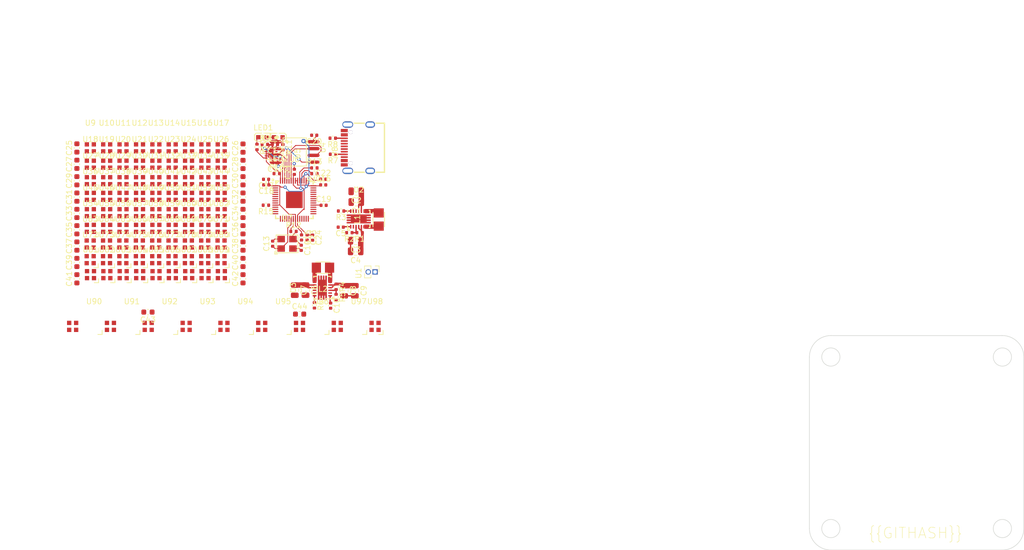
<source format=kicad_pcb>
(kicad_pcb (version 20221018) (generator pcbnew)
  (layers (0 "F.Cu" signal) (31 "B.Cu" signal) (34 "B.Paste" user) (35 "F.Paste" user) (36 "B.SilkS" user "B.Silkscreen") (37 "F.SilkS" user "F.Silkscreen") (38 "B.Mask" user) (39 "F.Mask" user) (44 "Edge.Cuts" user))
  (net 0 "")
  (net 1 "vcc-3")
  (net 2 "iset")
  (net 3 "gnd")
  (net 4 "preterm")
  (net 5 "gnd-3")
  (net 6 "vcc")
  (net 7 "ts")
  (net 8 "gnd-4")
  (net 9 "nc")
  (net 10 "vina")
  (net 11 "out")
  (net 12 "vcc-1")
  (net 13 "pg")
  (net 14 "l2")
  (net 15 "l1")
  (net 16 "vina-1")
  (net 17 "out-1")
  (net 18 "vcc-2")
  (net 19 "pg-1")
  (net 20 "l2-1")
  (net 21 "l1-1")
  (net 22 "sub2")
  (net 23 "cc1")
  (net 24 "dm")
  (net 25 "dp")
  (net 26 "cc2")
  (net 27 "sub1")
  (net 28 "cs")
  (net 29 "io1")
  (net 30 "io2")
  (net 31 "io3")
  (net 32 "sck")
  (net 33 "io0")
  (net 34 "cathode")
  (net 35 "cathode-1")
  (net 36 "xout")
  (net 37 "out-2")
  (net 38 "usb_dp")
  (net 39 "usb_dm")
  (net 40 "run")
  (net 41 "xin")
  (net 42 "gpio0")
  (net 43 "gpio1")
  (net 44 "gpio2")
  (net 45 "gpio3")
  (net 46 "gpio4")
  (net 47 "gpio5")
  (net 48 "gpio6")
  (net 49 "gpio7")
  (net 50 "miso")
  (net 51 "gpio9")
  (net 52 "sck-1")
  (net 53 "mosi")
  (net 54 "gpio12")
  (net 55 "gpio13")
  (net 56 "gpio14")
  (net 57 "gpio15")
  (net 58 "vcc-6")
  (net 59 "swclk")
  (net 60 "swdio")
  (net 61 "gpio16")
  (net 62 "gpio17")
  (net 63 "gpio18")
  (net 64 "gpio19")
  (net 65 "gpio20")
  (net 66 "gpio21")
  (net 67 "gpio22")
  (net 68 "gpio23")
  (net 69 "gpio24")
  (net 70 "gpio25")
  (net 71 "gpio26_a0")
  (net 72 "gpio27_a1")
  (net 73 "gpio28_a2")
  (net 74 "gpio29_a3")
  (net 75 "vcc-7")
  (net 76 "vcc-9")
  (net 77 "vcc-10")
  (net 78 "vcc-11")
  (net 79 "vcc-12")
  (net 80 "vcc-13")
  (net 81 "vcc-14")
  (net 82 "vcc-15")
  (net 83 "vcc-16")
  (net 84 "vcc-17")
  (net 85 "vcc-18")
  (net 86 "vcc-19")
  (net 87 "vcc-20")
  (net 88 "vcc-21")
  (net 89 "vcc-22")
  (net 90 "vcc-23")
  (net 91 "vcc-8")
  (net 92 "vcc-25")
  (net 93 "vcc-26")
  (net 94 "vcc-27")
  (net 95 "vcc-28")
  (net 96 "vcc-29")
  (net 97 "vcc-30")
  (net 98 "vcc-31")
  (net 99 "vcc-32")
  (net 100 "vcc-33")
  (net 101 "vcc-34")
  (net 102 "vcc-35")
  (net 103 "vcc-36")
  (net 104 "vcc-37")
  (net 105 "vcc-38")
  (net 106 "vcc-39")
  (net 107 "vcc-24")
  (net 108 "vcc-41")
  (net 109 "vcc-42")
  (net 110 "vcc-43")
  (net 111 "vcc-44")
  (net 112 "vcc-45")
  (net 113 "vcc-46")
  (net 114 "vcc-47")
  (net 115 "vcc-48")
  (net 116 "vcc-49")
  (net 117 "vcc-50")
  (net 118 "vcc-51")
  (net 119 "vcc-52")
  (net 120 "vcc-53")
  (net 121 "vcc-54")
  (net 122 "vcc-55")
  (net 123 "vcc-40")
  (net 124 "vcc-57")
  (net 125 "vcc-58")
  (net 126 "vcc-59")
  (net 127 "vcc-60")
  (net 128 "vcc-61")
  (net 129 "vcc-62")
  (net 130 "vcc-63")
  (net 131 "vcc-64")
  (net 132 "vcc-65")
  (net 133 "vcc-66")
  (net 134 "vcc-67")
  (net 135 "vcc-68")
  (net 136 "vcc-69")
  (net 137 "vcc-70")
  (net 138 "vcc-71")
  (net 139 "vcc-56")
  (net 140 "vcc-73")
  (net 141 "vcc-74")
  (net 142 "vcc-75")
  (net 143 "vcc-76")
  (net 144 "vcc-77")
  (net 145 "vcc-78")
  (net 146 "vcc-79")
  (net 147 "vcc-80")
  (net 148 "vcc-81")
  (net 149 "vcc-82")
  (net 150 "vcc-83")
  (net 151 "vcc-84")
  (net 152 "vcc-85")
  (net 153 "vcc-86")
  (net 154 "vcc-87")
  (net 155 "vcc-72")
  (net 156 "vcc-89")
  (net 157 "vcc-90")
  (net 158 "vcc-91")
  (net 159 "vcc-92")
  (net 160 "vcc-93")
  (net 161 "vcc-94")
  (net 162 "vcc-95")
  (net 163 "vcc-96")
  (net 164 "vcc-88")
  (footprint "lib:LED-SMD_4P-L2.0-W2.0-BR" (layer "F.Cu") (at 96.647 48.895)
    (fp_text reference "U30")
    (fp_text value "")
  )
  (footprint "lib:LED-SMD_4P-L2.0-W2.0-BR" (layer "F.Cu") (at 93.569 54.864)
    (fp_text reference "U47")
    (fp_text value "")
  )
  (footprint "lib:R0402" (layer "F.Cu") (at 125.371061 58.362111)
    (fp_text reference "R12")
    (fp_text value "Chip Resistor - Surface Mount 1KOhms ±5% 1/16W 0402 RoHS")
  )
  (footprint "lib:C0402" (layer "F.Cu") (at 121.487978 60.647069 90)
    (fp_text reference "C13")
    (fp_text value "Multilayer Ceramic Capacitors MLCC - SMD/SMT 20pF 50V 0402 RoHS")
  )
  (footprint "lib:C0402" (layer "F.Cu") (at 130.914229 48.623222)
    (fp_text reference "C22")
    (fp_text value "Multilayer Ceramic Capacitors MLCC - SMD/SMT 100nF 10V 0402 RoHS")
  )
  (footprint "lib:LED-SMD_4P-L2.0-W2.0-BR" (layer "F.Cu") (at 93.539 60.706)
    (fp_text reference "U65")
    (fp_text value "")
  )
  (footprint "lib:LED-SMD_4P-L2.0-W2.0-BR" (layer "F.Cu") (at 87.473 48.895)
    (fp_text reference "U27")
    (fp_text value "")
  )
  (footprint "lib:R0402" (layer "F.Cu") (at 118.558107 42.591447 -90)
    (fp_text reference "R10")
    (fp_text value "Chip Resistor - Surface Mount 120Ohms ±5% 1/16W 0402 RoHS")
  )
  (footprint "lib:C0805" (layer "F.Cu") (at 136.966905 62.076262 180)
    (fp_text reference "C4")
    (fp_text value "Multilayer Ceramic Capacitors MLCC - SMD/SMT 10uF 10V 0805 RoHS")
  )
  (footprint "lib:LED-SMD_4P-L2.0-W2.0-BR" (layer "F.Cu") (at 93.539 63.627)
    (fp_text reference "U74")
    (fp_text value "")
  )
  (footprint "lib:LED-SMD_4P-L2.0-W2.0-BR" (layer "F.Cu") (at 102.713 60.706)
    (fp_text reference "U68")
    (fp_text value "")
  )
  (footprint "lib:LED-SMD_4P-L2.0-W2.0-BR" (layer "F.Cu") (at 90.521 54.864)
    (fp_text reference "U46")
    (fp_text value "")
  )
  (footprint "lib:C0603" (layer "F.Cu") (at 84.963 64.148 90)
    (fp_text reference "C39")
    (fp_text value "Multilayer Ceramic Capacitors MLCC - SMD/SMT 2.2uF 10V 0603 RoHS")
  )
  (footprint "lib:R0402" (layer "F.Cu") (at 132.740503 43.96629 180)
    (fp_text reference "R7")
    (fp_text value "Chip Resistor - Surface Mount 4.7KOhms ±5% 1/16W 0402 RoHS")
  )
  (footprint "lib:LED-SMD_4P-L2.0-W2.0-BR" (layer "F.Cu") (at 99.665 63.627)
    (fp_text reference "U76")
    (fp_text value "")
  )
  (footprint "lib:LED-SMD_4P-L2.0-W2.0-BR" (layer "F.Cu") (at 108.839 51.816)
    (fp_text reference "U43")
    (fp_text value "")
  )
  (footprint "lib:LED-SMD_4P-L2.0-W2.0-BR" (layer "F.Cu") (at 90.521 57.785)
    (fp_text reference "U55")
    (fp_text value "")
  )
  (footprint "lib:R0402" (layer "F.Cu") (at 133.320864 70.601677 -90)
    (fp_text reference "R5")
    (fp_text value "Chip Resistor - Surface Mount 180KOhms ±5% 1/16W 0402 RoHS")
  )
  (footprint "lib:LED-SMD_4P-L2.0-W2.0-BR" (layer "F.Cu") (at 111.887 57.785)
    (fp_text reference "U62")
    (fp_text value "")
  )
  (footprint "lib:C0603" (layer "F.Cu") (at 84.963 55.004 90)
    (fp_text reference "C33")
    (fp_text value "Multilayer Ceramic Capacitors MLCC - SMD/SMT 2.2uF 10V 0603 RoHS")
  )
  (footprint "lib:R0402" (layer "F.Cu") (at 123.384449 42.65959 -90)
    (fp_text reference "R11")
    (fp_text value "Chip Resistor - Surface Mount 82Ohms ±5% 1/16W 0402 RoHS")
  )
  (footprint "lib:C0805" (layer "F.Cu") (at 136.958245 60.090382 180)
    (fp_text reference "C3")
    (fp_text value "Multilayer Ceramic Capacitors MLCC - SMD/SMT 10uF 10V 0805 RoHS")
  )
  (footprint "lib:LED-SMD_4P-L2.0-W2.0-BR" (layer "F.Cu") (at 96.617 63.627)
    (fp_text reference "U75")
    (fp_text value "")
  )
  (footprint "lib:LED-SMD_4P-L2.0-W2.0-BR" (layer "F.Cu") (at 99.725 66.421)
    (fp_text reference "U85")
    (fp_text value "")
  )
  (footprint "lib:LED-SMD_4P-L2.0-W2.0-BR" (layer "F.Cu") (at 102.27 76.073)
    (fp_text reference "U92")
    (fp_text value "")
  )
  (footprint "lib:C0402" (layer "F.Cu") (at 134.188784 57.564695 180)
    (fp_text reference "C5")
    (fp_text value "Multilayer Ceramic Capacitors MLCC - SMD/SMT 100nF 10V 0402 RoHS")
  )
  (footprint "lib:C0402" (layer "F.Cu") (at 120.28219 49.673488 180)
    (fp_text reference "C18")
    (fp_text value "Multilayer Ceramic Capacitors MLCC - SMD/SMT 100nF 10V 0402 RoHS")
  )
  (footprint "lib:LED-SMD_4P-L2.0-W2.0-BR" (layer "F.Cu") (at 95.222 76.073)
    (fp_text reference "U91")
    (fp_text value "")
  )
  (footprint "lib:C0402" (layer "F.Cu") (at 126.864494 59.484857 -90)
    (fp_text reference "C15")
    (fp_text value "Multilayer Ceramic Capacitors MLCC - SMD/SMT 100nF 10V 0402 RoHS")
  )
  (footprint "Connector_PinHeader_1.27mm:PinHeader_1x02_P1.27mm_Vertical" (layer "F.Cu") (at 140.589 65.913 -90)
    (fp_text reference "U1")
    (fp_text value "")
  )
  (footprint "lib:LED-SMD_4P-L2.0-W2.0-BR" (layer "F.Cu") (at 96.647 42.769)
    (fp_text reference "U12")
    (fp_text value "")
  )
  (footprint "lib:LED-SMD_4P-L2.0-W2.0-BR" (layer "F.Cu") (at 96.617 60.706)
    (fp_text reference "U66")
    (fp_text value "")
  )
  (footprint "lib:R0402" (layer "F.Cu") (at 120.024557 42.124867)
    (fp_text reference "R9")
    (fp_text value "Chip Resistor - Surface Mount 560Ohms ±5% 1/16W 0402 RoHS")
  )
  (footprint "lib:LED-SMD_4P-L2.0-W2.0-BR" (layer "F.Cu") (at 108.839 57.785)
    (fp_text reference "U61")
    (fp_text value "")
  )
  (footprint "lib:VSON-14_L4.0-W3.0-P0.50-BL-EP_TI_DSJ" (layer "F.Cu") (at 137.541 56.02638)
    (fp_text reference "U2")
    (fp_text value "")
  )
  (footprint "lib:LED-SMD_4P-L2.0-W2.0-BR" (layer "F.Cu") (at 111.917 66.421)
    (fp_text reference "U89")
    (fp_text value "")
  )
  (footprint "lib:LED-SMD_4P-L2.0-W2.0-BR" (layer "F.Cu") (at 87.473 42.769)
    (fp_text reference "U9")
    (fp_text value "")
  )
  (footprint "lib:LED-SMD_4P-L2.0-W2.0-BR" (layer "F.Cu") (at 96.647 45.817)
    (fp_text reference "U21")
    (fp_text value "")
  )
  (footprint "lib:LED-SMD_4P-L2.0-W2.0-BR" (layer "F.Cu") (at 105.791 54.864)
    (fp_text reference "U51")
    (fp_text value "")
  )
  (footprint "lib:LED-SMD_4P-L2.0-W2.0-BR" (layer "F.Cu") (at 108.809 63.627)
    (fp_text reference "U79")
    (fp_text value "")
  )
  (footprint "lib:C0603" (layer "F.Cu") (at 84.963 42.786 90)
    (fp_text reference "C25")
    (fp_text value "Multilayer Ceramic Capacitors MLCC - SMD/SMT 2.2uF 10V 0603 RoHS")
  )
  (footprint "lib:LED-SMD_4P-L2.0-W2.0-BR" (layer "F.Cu") (at 93.569 42.769)
    (fp_text reference "U11")
    (fp_text value "")
  )
  (footprint "lib:LED-SMD_4P-L2.0-W2.0-BR" (layer "F.Cu") (at 87.503 66.421)
    (fp_text reference "U81")
    (fp_text value "")
  )
  (footprint "lib:LED-SMD_4P-L2.0-W2.0-BR" (layer "F.Cu") (at 105.761 60.706)
    (fp_text reference "U69")
    (fp_text value "")
  )
  (footprint "lib:LED-SMD_4P-L2.0-W2.0-BR" (layer "F.Cu") (at 105.791 48.895)
    (fp_text reference "U33")
    (fp_text value "")
  )
  (footprint "lib:LED-SMD_4P-L2.0-W2.0-BR" (layer "F.Cu") (at 93.569 45.817)
    (fp_text reference "U20")
    (fp_text value "")
  )
  (footprint "lib:USB-C-SMD_KH-TYPE-C-16P" (layer "F.Cu") (at 137.263 42.739239 90)
    (fp_text reference "U4")
    (fp_text value "")
  )
  (footprint "lib:LED-SMD_4P-L2.0-W2.0-BR" (layer "F.Cu") (at 99.695 45.817)
    (fp_text reference "U22")
    (fp_text value "")
  )
  (footprint "lib:LED-SMD_4P-L2.0-W2.0-BR" (layer "F.Cu") (at 105.791 57.785)
    (fp_text reference "U60")
    (fp_text value "")
  )
  (footprint "lib:LED-SMD_4P-L2.0-W2.0-BR" (layer "F.Cu") (at 105.791 45.817)
    (fp_text reference "U24")
    (fp_text value "")
  )
  (footprint "lib:LED-SMD_4P-L2.0-W2.0-BR" (layer "F.Cu") (at 105.821 66.421)
    (fp_text reference "U87")
    (fp_text value "")
  )
  (footprint "lib:LED-SMD_4P-L2.0-W2.0-BR" (layer "F.Cu") (at 105.791 51.816)
    (fp_text reference "U42")
    (fp_text value "")
  )
  (footprint "lib:C0402" (layer "F.Cu") (at 120.254154 48.634762 180)
    (fp_text reference "C17")
    (fp_text value "Multilayer Ceramic Capacitors MLCC - SMD/SMT 100nF 10V 0402 RoHS")
  )
  (footprint "lib:C0603" (layer "F.Cu") (at 84.963 61.087 90)
    (fp_text reference "C37")
    (fp_text value "Multilayer Ceramic Capacitors MLCC - SMD/SMT 2.2uF 10V 0603 RoHS")
  )
  (footprint "lib:C0805" (layer "F.Cu") (at 127.611594 69.308405 -90)
    (fp_text reference "C6")
    (fp_text value "Multilayer Ceramic Capacitors MLCC - SMD/SMT 10uF 10V 0805 RoHS")
  )
  (footprint "lib:LED-SMD_4P-L2.0-W2.0-BR" (layer "F.Cu") (at 130.492 76.073)
    (fp_text reference "U96")
    (fp_text value "")
  )
  (footprint "lib:LQFN-56_L7.0-W7.0-P0.4-EP" (layer "F.Cu") (at 125.532 52.448739)
    (fp_text reference "U6")
    (fp_text value "")
  )
  (footprint "lib:C0402" (layer "F.Cu") (at 121.93607 45.563148 180)
    (fp_text reference "C11")
    (fp_text value "Multilayer Ceramic Capacitors MLCC - SMD/SMT 1uF 6.3V 0402 RoHS")
  )
  (footprint "lib:LED-SMD_4P-L2.0-W2.0-BR" (layer "F.Cu") (at 116.396 76.073)
    (fp_text reference "U94")
    (fp_text value "")
  )
  (footprint "lib:LED-SMD_4P-L2.0-W2.0-BR" (layer "F.Cu") (at 90.491 63.627)
    (fp_text reference "U73")
    (fp_text value "")
  )
  (footprint "lib:LED-SMD_4P-L2.0-W2.0-BR" (layer "F.Cu") (at 99.695 54.864)
    (fp_text reference "U49")
    (fp_text value "")
  )
  (footprint "lib:C0603" (layer "F.Cu") (at 115.951 58.052 90)
    (fp_text reference "C36")
    (fp_text value "Multilayer Ceramic Capacitors MLCC - SMD/SMT 2.2uF 10V 0603 RoHS")
  )
  (footprint "lib:C0603" (layer "F.Cu") (at 84.963 67.196 90)
    (fp_text reference "C41")
    (fp_text value "Multilayer Ceramic Capacitors MLCC - SMD/SMT 2.2uF 10V 0603 RoHS")
  )
  (footprint "lib:LED-SMD_4P-L2.0-W2.0-BR" (layer "F.Cu") (at 108.809 60.706)
    (fp_text reference "U70")
    (fp_text value "")
  )
  (footprint "lib:LED-SMD_4P-L2.0-W2.0-BR" (layer "F.Cu") (at 87.473 45.817)
    (fp_text reference "U18")
    (fp_text value "")
  )
  (footprint "lib:LED-SMD_4P-L2.0-W2.0-BR" (layer "F.Cu") (at 96.647 51.816)
    (fp_text reference "U39")
    (fp_text value "")
  )
  (footprint "lib:LED-SMD_4P-L2.0-W2.0-BR" (layer "F.Cu") (at 111.887 51.816)
    (fp_text reference "U44")
    (fp_text value "")
  )
  (footprint "lib:LED-SMD_4P-L2.0-W2.0-BR" (layer "F.Cu") (at 90.521 51.816)
    (fp_text reference "U37")
    (fp_text value "")
  )
  (footprint "lib:C0603" (layer "F.Cu") (at 115.951 45.86 90)
    (fp_text reference "C28")
    (fp_text value "Multilayer Ceramic Capacitors MLCC - SMD/SMT 2.2uF 10V 0603 RoHS")
  )
  (footprint "lib:LED-SMD_4P-L2.0-W2.0-BR" (layer "F.Cu") (at 90.551 66.421)
    (fp_text reference "U82")
    (fp_text value "")
  )
  (footprint "lib:LED-SMD_4P-L2.0-W2.0-BR" (layer "F.Cu") (at 123.444 76.073)
    (fp_text reference "U95")
    (fp_text value "")
  )
  (footprint "lib:LED-SMD_4P-L2.0-W2.0-BR" (layer "F.Cu") (at 93.569 51.816)
    (fp_text reference "U38")
    (fp_text value "")
  )
  (footprint "lib:LED-SMD_4P-L2.0-W2.0-BR" (layer "F.Cu") (at 109.348 76.073)
    (fp_text reference "U93")
    (fp_text value "")
  )
  (footprint "lib:C0603" (layer "F.Cu") (at 115.951 42.812 90)
    (fp_text reference "C26")
    (fp_text value "Multilayer Ceramic Capacitors MLCC - SMD/SMT 2.2uF 10V 0603 RoHS")
  )
  (footprint "lib:R0402" (layer "F.Cu") (at 129.281519 72.143193 -90)
    (fp_text reference "R6")
    (fp_text value "Chip Resistor - Surface Mount 1MOhms ±5% 1/16W 0402 RoHS")
  )
  (footprint "lib:LED-SMD_4P-L2.0-W2.0-BR" (layer "F.Cu") (at 96.647 57.785)
    (fp_text reference "U57")
    (fp_text value "")
  )
  (footprint "lib:C0603" (layer "F.Cu") (at 115.951 48.908 90)
    (fp_text reference "C30")
    (fp_text value "Multilayer Ceramic Capacitors MLCC - SMD/SMT 2.2uF 10V 0603 RoHS")
  )
  (footprint "lib:LED-SMD_4P-L2.0-W2.0-BR" (layer "F.Cu") (at 90.521 48.895)
    (fp_text reference "U28")
    (fp_text value "")
  )
  (footprint "lib:R0402" (layer "F.Cu") (at 133.320864 68.682524 -90)
    (fp_text reference "R4")
    (fp_text value "Chip Resistor - Surface Mount 1.6MOhms ±5% 1/16W 0402 RoHS")
  )
  (footprint "lib:LED-SMD_4P-L2.0-W2.0-BR" (layer "F.Cu") (at 87.473 57.785)
    (fp_text reference "U54")
    (fp_text value "")
  )
  (footprint "lib:C0805" (layer "F.Cu") (at 137.071803 50.877198 180)
    (fp_text reference "C2")
    (fp_text value "Multilayer Ceramic Capacitors MLCC - SMD/SMT 10uF 10V 0805 RoHS")
  )
  (footprint "lib:LED-SMD_4P-L2.0-W2.0-BR" (layer "F.Cu") (at 99.695 48.895)
    (fp_text reference "U31")
    (fp_text value "")
  )
  (footprint "lib:C0603" (layer "F.Cu") (at 115.951 61.087 90)
    (fp_text reference "C38")
    (fp_text value "Multilayer Ceramic Capacitors MLCC - SMD/SMT 2.2uF 10V 0603 RoHS")
  )
  (footprint "lib:C0402" (layer "F.Cu") (at 129.234441 40.418271 180)
    (fp_text reference "C20")
    (fp_text value "Multilayer Ceramic Capacitors MLCC - SMD/SMT 1uF 6.3V 0402 RoHS")
  )
  (footprint "lib:LED-SMD_4P-L2.0-W2.0-BR" (layer "F.Cu") (at 102.743 57.785)
    (fp_text reference "U59")
    (fp_text value "")
  )
  (footprint "lib:R0402" (layer "F.Cu") (at 122.246604 47.56295)
    (fp_text reference "R16")
    (fp_text value "Chip Resistor - Surface Mount 10KOhms ±5% 1/16W 0402 RoHS")
  )
  (footprint "lib:R0402" (layer "F.Cu") (at 132.69343 40.965644 180)
    (fp_text reference "R8")
    (fp_text value "Chip Resistor - Surface Mount 4.7KOhms ±5% 1/16W 0402 RoHS")
  )
  (footprint "lib:LED-SMD_4P-L2.0-W2.0-BR" (layer "F.Cu") (at 102.743 42.769)
    (fp_text reference "U14")
    (fp_text value "")
  )
  (footprint "lib:R0402" (layer "F.Cu") (at 129.275285 47.57637 180)
    (fp_text reference "R14")
    (fp_text value "Chip Resistor - Surface Mount 27KOhms ±5% 1/16W 0402 RoHS")
  )
  (footprint "lib:C0805" (layer "F.Cu") (at 137.083645 52.880974 180)
    (fp_text reference "C1")
    (fp_text value "Multilayer Ceramic Capacitors MLCC - SMD/SMT 10uF 10V 0805 RoHS")
  )
  (footprint "lib:LED-SMD_4P-L2.0-W2.0-BR" (layer "F.Cu") (at 137.54 76.073)
    (fp_text reference "U97")
    (fp_text value "")
  )
  (footprint "lib:LED-SMD_4P-L2.0-W2.0-BR" (layer "F.Cu") (at 108.839 45.817)
    (fp_text reference "U25")
    (fp_text value "")
  )
  (footprint "lib:LED-SMD_4P-L2.0-W2.0-BR" (layer "F.Cu") (at 108.869 66.421)
    (fp_text reference "U88")
    (fp_text value "")
  )
  (footprint "lib:LED-SMD_4P-L2.0-W2.0-BR" (layer "F.Cu") (at 96.647 54.864)
    (fp_text reference "U48")
    (fp_text value "")
  )
  (footprint "lib:LED-SMD_4P-L2.0-W2.0-BR" (layer "F.Cu") (at 96.677 66.421)
    (fp_text reference "U84")
    (fp_text value "")
  )
  (footprint "lib:LED-SMD_4P-L2.0-W2.0-BR" (layer "F.Cu") (at 105.761 63.627)
    (fp_text reference "U78")
    (fp_text value "")
  )
  (footprint "lib:C0603" (layer "F.Cu") (at 84.963 58.052 90)
    (fp_text reference "C35")
    (fp_text value "Multilayer Ceramic Capacitors MLCC - SMD/SMT 2.2uF 10V 0603 RoHS")
  )
  (footprint "lib:C0603" (layer "F.Cu") (at 115.951 67.196 90)
    (fp_text reference "C42")
    (fp_text value "Multilayer Ceramic Capacitors MLCC - SMD/SMT 2.2uF 10V 0603 RoHS")
  )
  (footprint "lib:LED-SMD_4P-L2.0-W2.0-BR" (layer "F.Cu") (at 87.473 54.864)
    (fp_text reference "U45")
    (fp_text value "")
  )
  (footprint "lib:OSC-SMD_4P-L3.2-W2.5-BL" (layer "F.Cu") (at 124.169034 60.670298)
    (fp_text reference "U7")
    (fp_text value "")
  )
  (footprint "lib:LED-SMD_4P-L2.0-W2.0-BR" (layer "F.Cu") (at 87.443 60.706)
    (fp_text reference "U63")
    (fp_text value "")
  )
  (footprint "lib:LED-SMD_4P-L2.0-W2.0-BR" (layer "F.Cu") (at 87.473 51.816)
    (fp_text reference "U36")
    (fp_text value "")
  )
  (footprint "lib:C0603" (layer "F.Cu") (at 115.951 51.956 90)
    (fp_text reference "C32")
    (fp_text value "Multilayer Ceramic Capacitors MLCC - SMD/SMT 2.2uF 10V 0603 RoHS")
  )
  (footprint "lib:LED-SMD_4P-L2.0-W2.0-BR" (layer "F.Cu") (at 111.887 45.817)
    (fp_text reference "U26")
    (fp_text value "")
  )
  (footprint "lib:R0402" (layer "F.Cu") (at 137.709526 58.590244 180)
    (fp_text reference "R1")
    (fp_text value "Chip Resistor - Surface Mount 1MOhms ±5% 1/16W 0402 RoHS")
  )
  (footprint "lib:C0603" (layer "F.Cu") (at 84.963 45.834 90)
    (fp_text reference "C27")
    (fp_text value "Multilayer Ceramic Capacitors MLCC - SMD/SMT 2.2uF 10V 0603 RoHS")
  )
  (footprint "lib:LED-SMD_4P-L2.0-W2.0-BR" (layer "F.Cu") (at 111.857 60.706)
    (fp_text reference "U71")
    (fp_text value "")
  )
  (footprint "lib:IND-SMD_L2.5-W2.0_WPN252012H" (layer "F.Cu") (at 141.276274 56.140162 90)
    (fp_text reference "L1")
    (fp_text value "")
  )
  (footprint "lib:C0805" (layer "F.Cu") (at 136.806882 69.425145 -90)
    (fp_text reference "C9")
    (fp_text value "Multilayer Ceramic Capacitors MLCC - SMD/SMT 10uF 10V 0805 RoHS")
  )
  (footprint "lib:LED-SMD_4P-L2.0-W2.0-BR" (layer "F.Cu") (at 87.443 63.627)
    (fp_text reference "U72")
    (fp_text value "")
  )
  (footprint "lib:C0805" (layer "F.Cu") (at 125.607818 69.320247 -90)
    (fp_text reference "C7")
    (fp_text value "Multilayer Ceramic Capacitors MLCC - SMD/SMT 10uF 10V 0805 RoHS")
  )
  (footprint "lib:LED-SMD_4P-L2.0-W2.0-BR" (layer "F.Cu") (at 140.588 76.073)
    (fp_text reference "U98")
    (fp_text value "")
  )
  (footprint "lib:LED-SMD_4P-L2.0-W2.0-BR" (layer "F.Cu") (at 102.743 54.864)
    (fp_text reference "U50")
    (fp_text value "")
  )
  (footprint "lib:LED-SMD_4P-L2.0-W2.0-BR" (layer "F.Cu") (at 102.743 51.816)
    (fp_text reference "U41")
    (fp_text value "")
  )
  (footprint "lib:LED-SMD_4P-L2.0-W2.0-BR" (layer "F.Cu") (at 111.857 63.627)
    (fp_text reference "U80")
    (fp_text value "")
  )
  (footprint "lib:C0603" (layer "F.Cu") (at 115.951 64.148 90)
    (fp_text reference "C40")
    (fp_text value "Multilayer Ceramic Capacitors MLCC - SMD/SMT 2.2uF 10V 0603 RoHS")
  )
  (footprint "lib:LED0603-RD" (layer "F.Cu") (at 122.534516 40.794849 180)
    (fp_text reference "LED2")
    (fp_text value "")
  )
  (footprint "lib:LED-SMD_4P-L2.0-W2.0-BR" (layer "F.Cu") (at 90.521 45.817)
    (fp_text reference "U19")
    (fp_text value "")
  )
  (footprint "lib:LED-SMD_4P-L2.0-W2.0-BR" (layer "F.Cu") (at 99.695 57.785)
    (fp_text reference "U58")
    (fp_text value "")
  )
  (footprint "lib:LED-SMD_4P-L2.0-W2.0-BR" (layer "F.Cu") (at 99.695 51.816)
    (fp_text reference "U40")
    (fp_text value "")
  )
  (footprint "lib:LED-SMD_4P-L2.0-W2.0-BR" (layer "F.Cu") (at 102.743 45.817)
    (fp_text reference "U23")
    (fp_text value "")
  )
  (footprint "lib:C0402" (layer "F.Cu") (at 130.989836 53.486271)
    (fp_text reference "C19")
    (fp_text value "Multilayer Ceramic Capacitors MLCC - SMD/SMT 100nF 10V 0402 RoHS")
  )
  (footprint "lib:C0603" (layer "F.Cu") (at 115.951 55.004 90)
    (fp_text reference "C34")
    (fp_text value "Multilayer Ceramic Capacitors MLCC - SMD/SMT 2.2uF 10V 0603 RoHS")
  )
  (footprint "lib:LED-SMD_4P-L2.0-W2.0-BR" (layer "F.Cu") (at 88.174 76.073)
    (fp_text reference "U90")
    (fp_text value "")
  )
  (footprint "lib:C0402" (layer "F.Cu") (at 132.295315 72.203266 -90)
    (fp_text reference "C10")
    (fp_text value "Multilayer Ceramic Capacitors MLCC - SMD/SMT 100nF 10V 0402 RoHS")
  )
  (footprint "lib:LED-SMD_4P-L2.0-W2.0-BR" (layer "F.Cu") (at 102.773 66.421)
    (fp_text reference "U86")
    (fp_text value "")
  )
  (footprint "lib:LED-SMD_4P-L2.0-W2.0-BR" (layer "F.Cu") (at 93.569 48.895)
    (fp_text reference "U29")
    (fp_text value "")
  )
  (footprint "lib:WSON-10_L2.0-W2.0-P0.40-BL-EP" (layer "F.Cu") (at 121.1989 43.861526 -90)
    (fp_text reference "U5")
    (fp_text value "")
  )
  (footprint "lib:LED-SMD_4P-L2.0-W2.0-BR" (layer "F.Cu") (at 93.569 57.785)
    (fp_text reference "U56")
    (fp_text value "")
  )
  (footprint "lib:C0402" (layer "F.Cu") (at 130.914229 49.679962)
    (fp_text reference "C16")
    (fp_text value "Multilayer Ceramic Capacitors MLCC - SMD/SMT 100nF 10V 0402 RoHS")
  )
  (footprint "lib:LED-SMD_4P-L2.0-W2.0-BR" (layer "F.Cu") (at 102.713 63.627)
    (fp_text reference "U77")
    (fp_text value "")
  )
  (footprint "lib:LED-SMD_4P-L2.0-W2.0-BR" (layer "F.Cu") (at 111.887 48.895)
    (fp_text reference "U35")
    (fp_text value "")
  )
  (footprint "lib:R0402" (layer "F.Cu") (at 134.248857 54.550899 180)
    (fp_text reference "R3")
    (fp_text value "Chip Resistor - Surface Mount 1MOhms ±5% 1/16W 0402 RoHS")
  )
  (footprint "lib:LED-SMD_4P-L2.0-W2.0-BR" (layer "F.Cu") (at 108.839 42.769)
    (fp_text reference "U16")
    (fp_text value "")
  )
  (footprint "lib:LED-SMD_4P-L2.0-W2.0-BR" (layer "F.Cu") (at 102.743 48.895)
    (fp_text reference "U32")
    (fp_text value "")
  )
  (footprint "lib:C0402" (layer "F.Cu") (at 121.91672 42.130077 180)
    (fp_text reference "C12")
    (fp_text value "Multilayer Ceramic Capacitors MLCC - SMD/SMT 1uF 6.3V 0402 RoHS")
  )
  (footprint "lib:LED-SMD_4P-L2.0-W2.0-BR" (layer "F.Cu") (at 108.839 54.864)
    (fp_text reference "U52")
    (fp_text value "")
  )
  (footprint "lib:LED-SMD_4P-L2.0-W2.0-BR" (layer "F.Cu") (at 111.887 42.769)
    (fp_text reference "U17")
    (fp_text value "")
  )
  (footprint "lib:LED-SMD_4P-L2.0-W2.0-BR" (layer "F.Cu") (at 99.695 42.769)
    (fp_text reference "U13")
    (fp_text value "")
  )
  (footprint "lib:LED0603-RD" (layer "F.Cu") (at 119.599463 40.782917)
    (fp_text reference "LED1")
    (fp_text value "")
  )
  (footprint "lib:LED-SMD_4P-L2.0-W2.0-BR" (layer "F.Cu") (at 111.887 54.864)
    (fp_text reference "U53")
    (fp_text value "")
  )
  (footprint "lib:SOIC-8_L5.3-W5.3-P1.27-LS8.0-BL" (layer "F.Cu") (at 125.582314 43.539811 -90)
    (fp_text reference "U8")
    (fp_text value "")
  )
  (footprint "lib:LED-SMD_4P-L2.0-W2.0-BR" (layer "F.Cu") (at 108.839 48.895)
    (fp_text reference "U34")
    (fp_text value "")
  )
  (footprint "lib:LED-SMD_4P-L2.0-W2.0-BR" (layer "F.Cu") (at 105.791 42.769)
    (fp_text reference "U15")
    (fp_text value "")
  )
  (footprint "lib:LED-SMD_4P-L2.0-W2.0-BR" (layer "F.Cu") (at 99.665 60.706)
    (fp_text reference "U67")
    (fp_text value "")
  )
  (footprint "lib:R0402" (layer "F.Cu") (at 129.262329 46.513915)
    (fp_text reference "R13")
    (fp_text value "Chip Resistor - Surface Mount 27KOhms ±5% 1/16W 0402 RoHS")
  )
  (footprint "lib:C0603" (layer "F.Cu") (at 126.514 73.787)
    (fp_text reference "C44")
    (fp_text value "Multilayer Ceramic Capacitors MLCC - SMD/SMT 2.2uF 10V 0603 RoHS")
  )
  (footprint "lib:C0603" (layer "F.Cu") (at 84.963 48.908 90)
    (fp_text reference "C29")
    (fp_text value "Multilayer Ceramic Capacitors MLCC - SMD/SMT 2.2uF 10V 0603 RoHS")
  )
  (footprint "lib:R0402" (layer "F.Cu") (at 135.790373 58.590244 180)
    (fp_text reference "R2")
    (fp_text value "Chip Resistor - Surface Mount 180KOhms ±5% 1/16W 0402 RoHS")
  )
  (footprint "lib:C0603" (layer "F.Cu") (at 84.963 51.956 90)
    (fp_text reference "C31")
    (fp_text value "Multilayer Ceramic Capacitors MLCC - SMD/SMT 2.2uF 10V 0603 RoHS")
  )
  (footprint "lib:C0603" (layer "F.Cu") (at 98.219 73.406 180)
    (fp_text reference "C43")
    (fp_text value "Multilayer Ceramic Capacitors MLCC - SMD/SMT 2.2uF 10V 0603 RoHS")
  )
  (footprint "lib:C0402" (layer "F.Cu") (at 126.812099 61.416998 -90)
    (fp_text reference "C14")
    (fp_text value "Multilayer Ceramic Capacitors MLCC - SMD/SMT 20pF 50V 0402 RoHS")
  )
  (footprint "lib:LED-SMD_4P-L2.0-W2.0-BR" (layer "F.Cu") (at 90.521 42.769)
    (fp_text reference "U10")
    (fp_text value "")
  )
  (footprint "lib:LED-SMD_4P-L2.0-W2.0-BR" (layer "F.Cu") (at 93.599 66.421)
    (fp_text reference "U83")
    (fp_text value "")
  )
  (footprint "lib:R0402" (layer "F.Cu") (at 120.224969 53.467867 180)
    (fp_text reference "R15")
    (fp_text value "Chip Resistor - Surface Mount 11KOhms ±5% 1/16W 0402 RoHS")
  )
  (footprint "lib:IND-SMD_L2.5-W2.0_WPN252012H" (layer "F.Cu") (at 130.870782 65.115776 180)
    (fp_text reference "L2")
    (fp_text value "")
  )
  (footprint "lib:C0805" (layer "F.Cu") (at 134.821002 69.433805 -90)
    (fp_text reference "C8")
    (fp_text value "Multilayer Ceramic Capacitors MLCC - SMD/SMT 10uF 10V 0805 RoHS")
  )
  (footprint "lib:C0402" (layer "F.Cu") (at 128.925653 59.513292 -90)
    (fp_text reference "C24")
    (fp_text value "Multilayer Ceramic Capacitors MLCC - SMD/SMT 1uF 6.3V 0402 RoHS")
  )
  (footprint "lib:VSON-14_L4.0-W3.0-P0.50-BL-EP_TI_DSJ" (layer "F.Cu") (at 130.757 68.85105 90)
    (fp_text reference "U3")
    (fp_text value "")
  )
  (footprint "lib:LED-SMD_4P-L2.0-W2.0-BR" (layer "F.Cu") (at 90.491 60.706)
    (fp_text reference "U64")
    (fp_text value "")
  )
  (footprint "lib:C0402" (layer "F.Cu") (at 127.911449 59.484857 -90)
    (fp_text reference "C23")
    (fp_text value "Multilayer Ceramic Capacitors MLCC - SMD/SMT 100nF 10V 0402 RoHS")
  )
  (footprint "lib:C0402" (layer "F.Cu") (at 125.520902 47.238798 90)
    (fp_text reference "C21")
    (fp_text value "Multilayer Ceramic Capacitors MLCC - SMD/SMT 100nF 10V 0402 RoHS")
  )
  (gr_circle (center 225.62 81.79) (end 227.32 81.79) (stroke (width 0.1)) (fill none) (layer "Edge.Cuts"))
  (gr_circle (center 257.62 113.79) (end 259.32 113.79) (stroke (width 0.1)) (fill none) (layer "Edge.Cuts"))
  (gr_circle (center 257.62 81.79) (end 259.32 81.79) (stroke (width 0.1)) (fill none) (layer "Edge.Cuts"))
  (gr_arc (start 261.62 113.79) (mid 260.448427 116.618427) (end 257.62 117.79) (stroke (width 0.1)) (layer "Edge.Cuts"))
  (gr_arc (start 225.62 117.79) (mid 222.791573 116.618427) (end 221.62 113.79) (stroke (width 0.1)) (layer "Edge.Cuts"))
  (gr_line (start 261.62 113.79) (end 261.62 81.79) (stroke (width 0.1)) (layer "Edge.Cuts"))
  (gr_line (start 221.62 81.79) (end 221.62 113.79) (stroke (width 0.1)) (layer "Edge.Cuts"))
  (gr_arc (start 257.62 77.79) (mid 260.448427 78.961573) (end 261.62 81.79) (stroke (width 0.1)) (layer "Edge.Cuts"))
  (gr_line (start 257.62 77.79) (end 225.62 77.79) (stroke (width 0.1)) (layer "Edge.Cuts"))
  (gr_arc (start 221.62 81.79) (mid 222.791573 78.961573) (end 225.62 77.79) (stroke (width 0.1)) (layer "Edge.Cuts"))
  (gr_circle (center 225.62 113.79) (end 227.32 113.79) (stroke (width 0.1)) (fill none) (layer "Edge.Cuts"))
  (gr_line (start 225.62 117.79) (end 257.62 117.79) (stroke (width 0.1)) (layer "Edge.Cuts"))
  (gr_text "{{GITHASH}}" (at 232.508427 115.791573) (layer "F.SilkS") (effects (font (size 2 2) (thickness 0.1)) (justify left bottom)))
  (segment (start 122.71458 44.261526) (end 122.1289 44.261526) (width 0.15) (layer "F.Cu") (net 1))
  (segment (start 122.862882 44.409828) (end 122.71458 44.261526) (width 0.15) (layer "F.Cu") (net 1))
  (segment (start 122.862882 45.116336) (end 122.862882 44.409828) (width 0.15) (layer "F.Cu") (net 1))
  (segment (start 120.202749 43.061526) (end 120.2689 43.061526) (width 0.15) (layer "F.Cu") (net 1))
  (segment (start 122.41607 45.563148) (end 122.862882 45.116336) (width 0.15) (layer "F.Cu") (net 1))
  (segment (start 119.987872 42.846649) (end 120.202749 43.061526) (width 0.15) (layer "F.Cu") (net 1))
  (via (at 122.862882 44.409828) (size 0.6) (drill 0.3) (layers "F.Cu" "B.Cu") (net 1))
  (via (at 119.987872 42.846649) (size 0.6) (drill 0.3) (layers "F.Cu" "B.Cu") (net 1))
  (segment (start 120.09841 42.846649) (end 121.661589 44.409828) (width 0.15) (layer "B.Cu") (net 1))
  (segment (start 119.987872 42.846649) (end 120.09841 42.846649) (width 0.15) (layer "B.Cu") (net 1))
  (segment (start 121.661589 44.409828) (end 122.862882 44.409828) (width 0.15) (layer "B.Cu") (net 1))
  (segment (start 119.7539 43.461526) (end 120.2689 43.461526) (width 0.15) (layer "F.Cu") (net 2))
  (segment (start 119.514557 42.170702) (end 119.412872 42.272387) (width 0.15) (layer "F.Cu") (net 2))
  (segment (start 119.515268 42.171413) (end 119.514557 42.170702) (width 0.15) (layer "F.Cu") (net 2))
  (segment (start 119.412872 43.120498) (end 119.7539 43.461526) (width 0.15) (layer "F.Cu") (net 2))
  (segment (start 119.412872 42.272387) (end 119.412872 43.120498) (width 0.15) (layer "F.Cu") (net 2))
  (segment (start 136.806882 70.375145) (end 134.829662 70.375145) (width 0.25) (layer "F.Cu") (net 3))
  (segment (start 126.465399 61.550298) (end 125.269034 61.550298) (width 0.15) (layer "F.Cu") (net 3))
  (segment (start 123.069034 59.790298) (end 121.864749 59.790298) (width 0.15) (layer "F.Cu") (net 3))
  (segment (start 121.45607 44.118696) (end 121.1989 43.861526) (width 0.25) (layer "F.Cu") (net 3))
  (segment (start 126.812099 61.896998) (end 126.465399 61.550298) (width 0.15) (layer "F.Cu") (net 3))
  (segment (start 136.016905 60.099042) (end 136.008245 60.090382) (width 0.25) (layer "F.Cu") (net 3))
  (segment (start 121.1989 42.996871) (end 121.443517 42.752254) (width 0.25) (layer "F.Cu") (net 3))
  (segment (start 121.1989 43.861526) (end 121.1989 42.996871) (width 0.25) (layer "F.Cu") (net 3))
  (segment (start 136.016905 62.076262) (end 136.016905 60.099042) (width 0.25) (layer "F.Cu") (net 3))
  (segment (start 121.43762 42.171413) (end 121.443517 42.17731) (width 0.25) (layer "F.Cu") (net 3))
  (segment (start 121.45607 45.563148) (end 121.45607 44.118696) (width 0.25) (layer "F.Cu") (net 3))
  (segment (start 134.829662 70.375145) (end 134.821002 70.383805) (width 0.25) (layer "F.Cu") (net 3))
  (segment (start 122.052314 45.439811) (end 122.052314 45.69221) (width 0.15) (layer "F.Cu") (net 3))
  (segment (start 121.864749 59.790298) (end 121.487978 60.167069) (width 0.15) (layer "F.Cu") (net 3))
  (segment (start 125.5065 45.709631) (end 125.520902 45.724033) (width 0.15) (layer "F.Cu") (net 3))
  (segment (start 121.443517 42.752254) (end 121.443517 42.17731) (width 0.25) (layer "F.Cu") (net 3))
  (segment (start 125.520902 45.724033) (end 125.520902 46.758798) (width 0.15) (layer "F.Cu") (net 3))
  (segment (start 122.052314 45.69221) (end 122.5622 46.202096) (width 0.15) (layer "F.Cu") (net 3))
  (segment (start 120.535268 42.171413) (end 121.43762 42.171413) (width 0.25) (layer "F.Cu") (net 3))
  (via (at 125.5065 45.709631) (size 0.6) (drill 0.3) (layers "F.Cu" "B.Cu") (net 3))
  (via (at 122.5622 46.202096) (size 0.6) (drill 0.3) (layers "F.Cu" "B.Cu") (net 3))
  (segment (start 118.528979 43.151337) (end 118.528979 43.436605) (width 0.15) (layer "F.Cu") (net 5))
  (segment (start 118.528979 43.436605) (end 119.7539 44.661526) (width 0.15) (layer "F.Cu") (net 5))
  (segment (start 119.7539 44.661526) (end 120.2689 44.661526) (width 0.15) (layer "F.Cu") (net 5))
  (segment (start 137.541 53.373619) (end 138.033645 52.880974) (width 0.25) (layer "F.Cu") (net 6))
  (segment (start 137.541 54.57638) (end 137.541 53.373619) (width 0.25) (layer "F.Cu") (net 6))
  (segment (start 125.61966 68.358405) (end 125.607818 68.370247) (width 0.25) (layer "F.Cu") (net 6))
  (segment (start 122.403517 41.46385) (end 122.403517 42.17731) (width 0.25) (layer "F.Cu") (net 6))
  (segment (start 122.1289 43.061526) (end 122.1289 42.451927) (width 0.15) (layer "F.Cu") (net 6))
  (segment (start 129.299645 68.358405) (end 129.307 68.35105) (width 0.25) (layer "F.Cu") (net 6))
  (segment (start 138.033645 52.880974) (end 138.033645 50.88904) (width 1) (layer "F.Cu") (net 6))
  (segment (start 121.734516 40.794849) (end 120.411395 40.794849) (width 0.25) (layer "F.Cu") (net 6))
  (segment (start 138.033645 54.569025) (end 138.041 54.57638) (width 0.25) (layer "F.Cu") (net 6))
  (segment (start 128.104239 68.85105) (end 127.611594 68.358405) (width 0.25) (layer "F.Cu") (net 6))
  (segment (start 129.307 68.85105) (end 128.104239 68.85105) (width 0.25) (layer "F.Cu") (net 6))
  (segment (start 138.033645 52.880974) (end 138.033645 54.569025) (width 0.25) (layer "F.Cu") (net 6))
  (segment (start 121.734516 40.794849) (end 122.403517 41.46385) (width 0.25) (layer "F.Cu") (net 6))
  (segment (start 127.611594 68.358405) (end 129.299645 68.358405) (width 0.25) (layer "F.Cu") (net 6))
  (segment (start 120.411395 40.794849) (end 120.399463 40.782917) (width 0.25) (layer "F.Cu") (net 6))
  (segment (start 122.1289 42.451927) (end 122.403517 42.17731) (width 0.15) (layer "F.Cu") (net 6))
  (segment (start 125.627015 68.35105) (end 125.607818 68.370247) (width 0.25) (layer "F.Cu") (net 6))
  (segment (start 122.1289 43.061526) (end 122.294226 43.061526) (width 0.15) (layer "F.Cu") (net 6))
  (segment (start 127.611594 68.358405) (end 125.61966 68.358405) (width 1) (layer "F.Cu") (net 6))
  (segment (start 138.033645 50.88904) (end 138.021803 50.877198) (width 0.25) (layer "F.Cu") (net 6))
  (segment (start 138.041 50.896395) (end 138.021803 50.877198) (width 0.25) (layer "F.Cu") (net 6))
  (segment (start 122.692513 43.861526) (end 122.1289 43.861526) (width 0.15) (layer "F.Cu") (net 8))
  (segment (start 122.132268 43.864894) (end 122.1289 43.861526) (width 0.15) (layer "F.Cu") (net 8))
  (segment (start 123.384449 43.16959) (end 122.692513 43.861526) (width 0.15) (layer "F.Cu") (net 8))
  (segment (start 134.757099 57.47638) (end 134.668784 57.564695) (width 0.25) (layer "F.Cu") (net 10))
  (segment (start 136.041 57.47638) (end 134.757099 57.47638) (width 0.25) (layer "F.Cu") (net 10))
  (segment (start 137.041 58.431718) (end 137.041 57.47638) (width 0.25) (layer "F.Cu") (net 11))
  (segment (start 137.199526 58.590244) (end 137.041 58.431718) (width 0.25) (layer "F.Cu") (net 11))
  (segment (start 136.300373 58.590244) (end 137.199526 58.590244) (width 0.25) (layer "F.Cu") (net 11))
  (segment (start 130.461712 49.875552) (end 130.434899 49.848739) (width 0.15) (layer "F.Cu") (net 12))
  (segment (start 125.707 55.173739) (end 125.732 55.198739) (width 0.15) (layer "F.Cu") (net 12))
  (segment (start 126.132 48.898739) (end 126.132 49.698739) (width 0.15) (layer "F.Cu") (net 12))
  (segment (start 137.541 57.47638) (end 137.541 57.76667) (width 0.25) (layer "F.Cu") (net 12))
  (segment (start 123.044682 50.111421) (end 123.799792 50.111421) (width 0.15) (layer "F.Cu") (net 12))
  (segment (start 138.219526 58.590244) (end 138.041 58.411718) (width 0.25) (layer "F.Cu") (net 12))
  (segment (start 120.734154 49.645452) (end 120.76219 49.673488) (width 0.15) (layer "F.Cu") (net 12))
  (segment (start 121.224487 49.873739) (end 121.957 49.873739) (width 0.15) (layer "F.Cu") (net 12))
  (segment (start 137.541 57.76667) (end 138.219526 58.445196) (width 0.25) (layer "F.Cu") (net 12))
  (segment (start 125.732 55.198739) (end 125.732 55.998739) (width 0.15) (layer "F.Cu") (net 12))
  (segment (start 127.732 49.698739) (end 127.732 48.898739) (width 0.15) (layer "F.Cu") (net 12))
  (segment (start 127.368072 41.629811) (end 127.242 41.503739) (width 0.15) (layer "F.Cu") (net 12))
  (segment (start 126.864494 58.422916) (end 126.864494 59.004857) (width 0.15) (layer "F.Cu") (net 12))
  (segment (start 120.734154 48.634762) (end 120.734154 49.645452) (width 0.15) (layer "F.Cu") (net 12))
  (segment (start 138.041 58.411718) (end 138.041 57.47638) (width 0.25) (layer "F.Cu") (net 12))
  (segment (start 137.916905 60.099042) (end 137.908245 60.090382) (width 0.25) (layer "F.Cu") (net 12))
  (segment (start 126.132 49.698739) (end 126.157 49.673739) (width 0.15) (layer "F.Cu") (net 12))
  (segment (start 122.782 49.848739) (end 122.807 49.873739) (width 0.15) (layer "F.Cu") (net 12))
  (segment (start 128.237055 49.848739) (end 129.082 49.848739) (width 0.15) (layer "F.Cu") (net 12))
  (segment (start 126.157 49.723739) (end 127.707 49.723739) (width 0.15) (layer "F.Cu") (net 12))
  (segment (start 120.76219 49.673488) (end 121.024236 49.673488) (width 0.15) (layer "F.Cu") (net 12))
  (segment (start 129.082 53.448739) (end 130.472304 53.448739) (width 0.15) (layer "F.Cu") (net 12))
  (segment (start 130.434899 49.848739) (end 129.082 49.848739) (width 0.15) (layer "F.Cu") (net 12))
  (segment (start 122.807 53.423739) (end 124.557 55.173739) (width 0.15) (layer "F.Cu") (net 12))
  (segment (start 121.024236 49.673488) (end 121.224487 49.873739) (width 0.15) (layer "F.Cu") (net 12))
  (segment (start 127.707 49.723739) (end 127.732 49.698739) (width 0.15) (layer "F.Cu") (net 12))
  (segment (start 138.219526 59.779101) (end 137.908245 60.090382) (width 0.25) (layer "F.Cu") (net 12))
  (segment (start 125.732 48.898739) (end 126.132 48.898739) (width 0.15) (layer "F.Cu") (net 12))
  (segment (start 128.132 48.898739) (end 128.132 49.743684) (width 0.15) (layer "F.Cu") (net 12))
  (segment (start 130.472304 53.448739) (end 130.509836 53.486271) (width 0.15) (layer "F.Cu") (net 12))
  (segment (start 129.112314 41.629811) (end 127.368072 41.629811) (width 0.15) (layer "F.Cu") (net 12))
  (segment (start 121.982 49.848739) (end 122.782 49.848739) (width 0.15) (layer "F.Cu") (net 12))
  (segment (start 138.219526 58.590244) (end 138.219526 59.779101) (width 0.5) (layer "F.Cu") (net 12))
  (segment (start 122.807 49.873739) (end 123.044682 50.111421) (width 0.15) (layer "F.Cu") (net 12))
  (segment (start 124.557 55.173739) (end 125.707 55.173739) (width 0.15) (layer "F.Cu") (net 12))
  (segment (start 122.807 49.873739) (end 122.807 53.423739) (width 0.15) (layer "F.Cu") (net 12))
  (segment (start 137.916905 62.076262) (end 137.916905 60.099042) (width 1) (layer "F.Cu") (net 12))
  (segment (start 121.957 49.873739) (end 121.982 49.848739) (width 0.15) (layer "F.Cu") (net 12))
  (segment (start 125.732 55.998739) (end 125.732 57.290422) (width 0.15) (layer "F.Cu") (net 12))
  (segment (start 125.732 57.290422) (end 126.864494 58.422916) (width 0.15) (layer "F.Cu") (net 12))
  (segment (start 128.132 48.898739) (end 127.732 48.898739) (width 0.15) (layer "F.Cu") (net 12))
  (segment (start 129.112314 41.151495) (end 129.112314 41.629811) (width 0.15) (layer "F.Cu") (net 12))
  (segment (start 126.157 49.673739) (end 126.157 49.723739) (width 0.15) (layer "F.Cu") (net 12))
  (segment (start 129.714441 40.549368) (end 129.112314 41.151495) (width 0.15) (layer "F.Cu") (net 12))
  (segment (start 138.219526 58.445196) (end 138.219526 58.590244) (width 0.25) (layer "F.Cu") (net 12))
  (segment (start 128.132 49.743684) (end 128.237055 49.848739) (width 0.15) (layer "F.Cu") (net 12))
  (segment (start 122.807 53.423739) (end 122.782 53.448739) (width 0.15) (layer "F.Cu") (net 12))
  (segment (start 122.782 53.448739) (end 121.982 53.448739) (width 0.15) (layer "F.Cu") (net 12))
  (segment (start 129.714441 40.418271) (end 129.714441 40.549368) (width 0.15) (layer "F.Cu") (net 12))
  (via (at 127.242 41.503739) (size 0.8) (drill 0.4) (layers "F.Cu" "B.Cu") (net 12))
  (via (at 127.755449 49.953299) (size 0.6) (drill 0.3) (layers "F.Cu" "B.Cu") (net 12))
  (via (at 123.799792 50.111421) (size 0.6) (drill 0.3) (layers "F.Cu" "B.Cu") (net 12))
  (segment (start 128.244524 42.506263) (end 128.244524 49.464224) (width 0.15) (layer "B.Cu") (net 12))
  (segment (start 127.242 41.503739) (end 128.244524 42.506263) (width 0.15) (layer "B.Cu") (net 12))
  (segment (start 124.56161 50.873239) (end 123.799792 50.111421) (width 0.15) (layer "B.Cu") (net 12))
  (segment (start 127.755449 50.088985) (end 126.971195 50.873239) (width 0.15) (layer "B.Cu") (net 12))
  (segment (start 128.244524 49.464224) (end 127.755449 49.953299) (width 0.15) (layer "B.Cu") (net 12))
  (segment (start 127.755449 49.953299) (end 127.755449 50.088985) (width 0.15) (layer "B.Cu") (net 12))
  (segment (start 126.971195 50.873239) (end 124.56161 50.873239) (width 0.15) (layer "B.Cu") (net 12))
  (segment (start 134.758857 54.550899) (end 136.015519 54.550899) (width 0.25) (layer "F.Cu") (net 13))
  (segment (start 136.015519 54.550899) (end 136.041 54.57638) (width 0.25) (layer "F.Cu") (net 13))
  (segment (start 138.776 57.47638) (end 141.170056 57.47638) (width 0.8) (layer "F.Cu") (net 14))
  (segment (start 141.170056 57.47638) (end 141.276274 57.370162) (width 0.25) (layer "F.Cu") (net 14))
  (segment (start 140.942492 54.57638) (end 141.276274 54.910162) (width 0.25) (layer "F.Cu") (net 15))
  (segment (start 138.826 54.57638) (end 140.942492 54.57638) (width 0.8) (layer "F.Cu") (net 15))
  (segment (start 132.207 70.35105) (end 132.207 71.634951) (width 0.25) (layer "F.Cu") (net 16))
  (segment (start 132.207 71.634951) (end 132.295315 71.723266) (width 0.25) (layer "F.Cu") (net 16))
  (segment (start 133.320864 70.091677) (end 133.320864 69.192524) (width 0.25) (layer "F.Cu") (net 17))
  (segment (start 133.162338 69.35105) (end 132.207 69.35105) (width 0.25) (layer "F.Cu") (net 17))
  (segment (start 133.320864 69.192524) (end 133.162338 69.35105) (width 0.25) (layer "F.Cu") (net 17))
  (segment (start 132.49729 68.85105) (end 133.175816 68.172524) (width 0.25) (layer "F.Cu") (net 18))
  (segment (start 134.509721 68.172524) (end 134.821002 68.483805) (width 0.25) (layer "F.Cu") (net 18))
  (segment (start 133.142338 68.35105) (end 132.207 68.35105) (width 0.25) (layer "F.Cu") (net 18))
  (segment (start 136.806882 68.475145) (end 134.829662 68.475145) (width 1) (layer "F.Cu") (net 18))
  (segment (start 133.320864 68.172524) (end 134.509721 68.172524) (width 0.5) (layer "F.Cu") (net 18))
  (segment (start 132.207 68.85105) (end 132.49729 68.85105) (width 0.25) (layer "F.Cu") (net 18))
  (segment (start 134.829662 68.475145) (end 134.821002 68.483805) (width 0.25) (layer "F.Cu") (net 18))
  (segment (start 133.175816 68.172524) (end 133.320864 68.172524) (width 0.25) (layer "F.Cu") (net 18))
  (segment (start 133.320864 68.172524) (end 133.142338 68.35105) (width 0.25) (layer "F.Cu") (net 18))
  (segment (start 129.281519 71.633193) (end 129.281519 70.376531) (width 0.25) (layer "F.Cu") (net 19))
  (segment (start 129.281519 70.376531) (end 129.307 70.35105) (width 0.25) (layer "F.Cu") (net 19))
  (segment (start 132.207 67.61605) (end 132.207 65.221994) (width 0.8) (layer "F.Cu") (net 20))
  (segment (start 132.207 65.221994) (end 132.100782 65.115776) (width 0.25) (layer "F.Cu") (net 20))
  (segment (start 129.307 67.56605) (end 129.307 65.449558) (width 0.8) (layer "F.Cu") (net 21))
  (segment (start 129.307 65.449558) (end 129.640782 65.115776) (width 0.25) (layer "F.Cu") (net 21))
  (segment (start 134.820051 43.96629) (end 134.843 43.989239) (width 0.25) (layer "F.Cu") (net 23))
  (segment (start 133.250503 43.96629) (end 134.820051 43.96629) (width 0.25) (layer "F.Cu") (net 23))
  (segment (start 134.819405 40.965644) (end 134.843 40.989239) (width 0.25) (layer "F.Cu") (net 26))
  (segment (start 133.20343 40.965644) (end 134.819405 40.965644) (width 0.25) (layer "F.Cu") (net 26))
  (segment (start 120.302314 45.334197) (end 121.856244 46.888127) (width 0.15) (layer "F.Cu") (net 28))
  (segment (start 122.052314 41.629811) (end 121.687928 41.629811) (width 0.15) (layer "F.Cu") (net 28))
  (segment (start 122.280847 46.888127) (end 122.932 47.53928) (width 0.15) (layer "F.Cu") (net 28))
  (segment (start 122.932 47.53928) (end 122.932 48.898739) (width 0.15) (layer "F.Cu") (net 28))
  (segment (start 120.302314 43.015425) (end 120.302314 45.334197) (width 0.15) (layer "F.Cu") (net 28))
  (segment (start 121.856244 46.888127) (end 122.280847 46.888127) (width 0.15) (layer "F.Cu") (net 28))
  (segment (start 121.687928 41.629811) (end 120.302314 43.015425) (width 0.15) (layer "F.Cu") (net 28))
  (segment (start 120.652314 43.664811) (end 120.652314 44.414197) (width 0.15) (layer "F.Cu") (net 29))
  (segment (start 120.652314 44.414197) (end 121.087928 44.849811) (width 0.15) (layer "F.Cu") (net 29))
  (segment (start 123.1067 44.849811) (end 123.452314 45.195425) (width 0.15) (layer "F.Cu") (net 29))
  (segment (start 123.357 48.923739) (end 123.357 49.123739) (width 0.15) (layer "F.Cu") (net 29))
  (segment (start 122.052314 42.909811) (end 121.407314 42.909811) (width 0.15) (layer "F.Cu") (net 29))
  (segment (start 121.407314 42.909811) (end 120.652314 43.664811) (width 0.15) (layer "F.Cu") (net 29))
  (segment (start 123.452314 46.383237) (end 123.332 46.503551) (width 0.15) (layer "F.Cu") (net 29))
  (segment (start 123.452314 45.195425) (end 123.452314 46.383237) (width 0.15) (layer "F.Cu") (net 29))
  (segment (start 123.332 46.503551) (end 123.332 48.898739) (width 0.15) (layer "F.Cu") (net 29))
  (segment (start 123.332 48.898739) (end 123.357 48.923739) (width 0.15) (layer "F.Cu") (net 29))
  (segment (start 121.087928 44.849811) (end 123.1067 44.849811) (width 0.15) (layer "F.Cu") (net 29))
  (segment (start 123.802314 46.528212) (end 123.732 46.598526) (width 0.15) (layer "F.Cu") (net 30))
  (segment (start 122.052314 44.169811) (end 123.28152 44.169811) (width 0.15) (layer "F.Cu") (net 30))
  (segment (start 123.28152 44.169811) (end 123.802314 44.690605) (width 0.15) (layer "F.Cu") (net 30))
  (segment (start 123.732 46.598526) (end 123.732 48.898739) (width 0.15) (layer "F.Cu") (net 30))
  (segment (start 123.802314 44.690605) (end 123.802314 46.528212) (width 0.15) (layer "F.Cu") (net 30))
  (segment (start 128.420044 42.957081) (end 125.627568 42.957081) (width 0.15) (layer "F.Cu") (net 31))
  (segment (start 125.627568 42.957081) (end 124.932 43.652649) (width 0.15) (layer "F.Cu") (net 31))
  (segment (start 124.932 43.652649) (end 124.932 48.898739) (width 0.15) (layer "F.Cu") (net 31))
  (segment (start 129.112314 42.909811) (end 128.467314 42.909811) (width 0.15) (layer "F.Cu") (net 31))
  (segment (start 128.467314 42.909811) (end 128.420044 42.957081) (width 0.15) (layer "F.Cu") (net 31))
  (segment (start 125.773481 42.316194) (end 124.532 43.557675) (width 0.15) (layer "F.Cu") (net 32))
  (segment (start 130.512314 43.313425) (end 130.512314 42.665425) (width 0.15) (layer "F.Cu") (net 32))
  (segment (start 124.532 43.557675) (end 124.532 48.898739) (width 0.15) (layer "F.Cu") (net 32))
  (segment (start 129.112314 44.169811) (end 129.655928 44.169811) (width 0.15) (layer "F.Cu") (net 32))
  (segment (start 130.512314 42.665425) (end 130.163083 42.316194) (width 0.15) (layer "F.Cu") (net 32))
  (segment (start 130.163083 42.316194) (end 125.773481 42.316194) (width 0.15) (layer "F.Cu") (net 32))
  (segment (start 129.655928 44.169811) (end 130.512314 43.313425) (width 0.15) (layer "F.Cu") (net 32))
  (segment (start 124.152314 48.878425) (end 124.152314 42.884801) (width 0.15) (layer "F.Cu") (net 33))
  (segment (start 124.132 48.898739) (end 124.152314 48.878425) (width 0.15) (layer "F.Cu") (net 33))
  (segment (start 129.655928 45.439811) (end 129.112314 45.439811) (width 0.15) (layer "F.Cu") (net 33))
  (segment (start 124.152314 42.884801) (end 124.062249 42.794736) (width 0.15) (layer "F.Cu") (net 33))
  (segment (start 126.938654 45.439811) (end 126.394828 44.895985) (width 0.15) (layer "F.Cu") (net 33))
  (segment (start 129.112314 45.439811) (end 126.938654 45.439811) (width 0.15) (layer "F.Cu") (net 33))
  (via (at 126.394828 44.895985) (size 0.6) (drill 0.3) (layers "F.Cu" "B.Cu") (net 33))
  (via (at 124.062249 42.794736) (size 0.6) (drill 0.3) (layers "F.Cu" "B.Cu") (net 33))
  (segment (start 124.293579 42.794736) (end 124.062249 42.794736) (width 0.15) (layer "B.Cu") (net 33))
  (segment (start 126.394828 44.895985) (end 124.293579 42.794736) (width 0.15) (layer "B.Cu") (net 33))
  (segment (start 118.528979 41.053401) (end 118.799463 40.782917) (width 0.15) (layer "F.Cu") (net 34))
  (segment (start 118.528979 42.131337) (end 118.528979 41.053401) (width 0.15) (layer "F.Cu") (net 34))
  (segment (start 123.384449 42.14959) (end 123.384449 40.844782) (width 0.25) (layer "F.Cu") (net 35))
  (segment (start 123.384449 40.844782) (end 123.334516 40.794849) (width 0.25) (layer "F.Cu") (net 35))
  (segment (start 124.910955 57.796246) (end 124.910955 58.360743) (width 0.15) (layer "F.Cu") (net 36))
  (segment (start 125.332 57.375201) (end 124.910955 57.796246) (width 0.15) (layer "F.Cu") (net 36))
  (segment (start 125.332 55.998739) (end 125.332 57.375201) (width 0.15) (layer "F.Cu") (net 36))
  (segment (start 126.812099 60.936998) (end 125.665399 59.790298) (width 0.15) (layer "F.Cu") (net 37))
  (segment (start 125.665399 59.790298) (end 125.269034 59.790298) (width 0.15) (layer "F.Cu") (net 37))
  (segment (start 125.269034 59.022664) (end 125.269034 59.790298) (width 0.15) (layer "F.Cu") (net 37))
  (segment (start 125.930955 58.360743) (end 125.269034 59.022664) (width 0.15) (layer "F.Cu") (net 37))
  (segment (start 126.532 47.293739) (end 126.532 48.898739) (width 0.15) (layer "F.Cu") (net 38))
  (segment (start 128.752329 46.513915) (end 127.311824 46.513915) (width 0.15) (layer "F.Cu") (net 38))
  (segment (start 127.311824 46.513915) (end 126.532 47.293739) (width 0.15) (layer "F.Cu") (net 38))
  (segment (start 126.932 47.511572) (end 127.431351 47.012221) (width 0.15) (layer "F.Cu") (net 39))
  (segment (start 126.932 48.898739) (end 126.932 47.511572) (width 0.15) (layer "F.Cu") (net 39))
  (segment (start 128.201136 47.012221) (end 128.765285 47.57637) (width 0.15) (layer "F.Cu") (net 39))
  (segment (start 127.431351 47.012221) (end 128.201136 47.012221) (width 0.15) (layer "F.Cu") (net 39))
  (segment (start 124.932 57.083683) (end 124.294034 57.721649) (width 0.15) (layer "F.Cu") (net 41))
  (segment (start 121.487978 61.127069) (end 121.911207 61.550298) (width 0.15) (layer "F.Cu") (net 41))
  (segment (start 121.911207 61.550298) (end 123.069034 61.550298) (width 0.15) (layer "F.Cu") (net 41))
  (segment (start 124.294034 57.721649) (end 124.294034 60.325298) (width 0.15) (layer "F.Cu") (net 41))
  (segment (start 124.932 55.998739) (end 124.932 57.083683) (width 0.15) (layer "F.Cu") (net 41))
  (segment (start 124.294034 60.325298) (end 123.069034 61.550298) (width 0.15) (layer "F.Cu") (net 41))
  (segment (start 127.332 48.898739) (end 127.332 47.924745) (width 0.15) (layer "F.Cu") (net 58))
  (segment (start 127.357 54.273739) (end 127.357 54.018297) (width 0.15) (layer "F.Cu") (net 58))
  (segment (start 125.9315 50.298239) (end 126.733022 50.298239) (width 0.15) (layer "F.Cu") (net 58))
  (segment (start 126.132 55.998739) (end 126.132 55.316374) (width 0.15) (layer "F.Cu") (net 58))
  (segment (start 130.450515 48.828922) (end 129.118009 48.828922) (width 0.15) (layer "F.Cu") (net 58))
  (segment (start 126.733022 50.298239) (end 127.1465 50.298239) (width 0.15) (layer "F.Cu") (net 58))
  (segment (start 127.174635 54.273739) (end 127.357 54.273739) (width 0.15) (layer "F.Cu") (net 58))
  (segment (start 129.118009 48.828922) (end 127.876308 47.587221) (width 0.15) (layer "F.Cu") (net 58))
  (segment (start 126.132 55.998739) (end 126.132 57.195448) (width 0.15) (layer "F.Cu") (net 58))
  (segment (start 127.911449 58.974897) (end 127.911449 59.004857) (width 0.15) (layer "F.Cu") (net 58))
  (segment (start 128.925653 59.033292) (end 127.939884 59.033292) (width 0.15) (layer "F.Cu") (net 58))
  (segment (start 127.876308 47.587221) (end 127.669524 47.587221) (width 0.15) (layer "F.Cu") (net 58))
  (segment (start 127.332 47.924745) (end 127.669524 47.587221) (width 0.15) (layer "F.Cu") (net 58))
  (segment (start 125.332 49.698739) (end 125.9315 50.298239) (width 0.15) (layer "F.Cu") (net 58))
  (segment (start 127.357 50.508739) (end 127.357 54.273739) (width 0.15) (layer "F.Cu") (net 58))
  (segment (start 125.332 48.898739) (end 125.332 47.9077) (width 0.15) (layer "F.Cu") (net 58))
  (segment (start 126.132 55.316374) (end 127.174635 54.273739) (width 0.15) (layer "F.Cu") (net 58))
  (segment (start 127.1465 50.298239) (end 127.357 50.508739) (width 0.15) (layer "F.Cu") (net 58))
  (segment (start 127.939884 59.033292) (end 127.911449 59.004857) (width 0.15) (layer "F.Cu") (net 58))
  (segment (start 125.332 48.898739) (end 125.332 49.698739) (width 0.15) (layer "F.Cu") (net 58))
  (segment (start 125.332 47.9077) (end 125.520902 47.718798) (width 0.15) (layer "F.Cu") (net 58))
  (segment (start 126.132 57.195448) (end 127.911449 58.974897) (width 0.15) (layer "F.Cu") (net 58))
  (via (at 127.669524 47.587221) (size 0.6) (drill 0.3) (layers "F.Cu" "B.Cu") (net 58))
  (via (at 126.733022 50.298239) (size 0.6) (drill 0.3) (layers "F.Cu" "B.Cu") (net 58))
  (segment (start 126.733022 48.523723) (end 127.669524 47.587221) (width 0.15) (layer "B.Cu") (net 58))
  (segment (start 126.733022 50.298239) (end 126.733022 48.523723) (width 0.15) (layer "B.Cu") (net 58))
)
</source>
